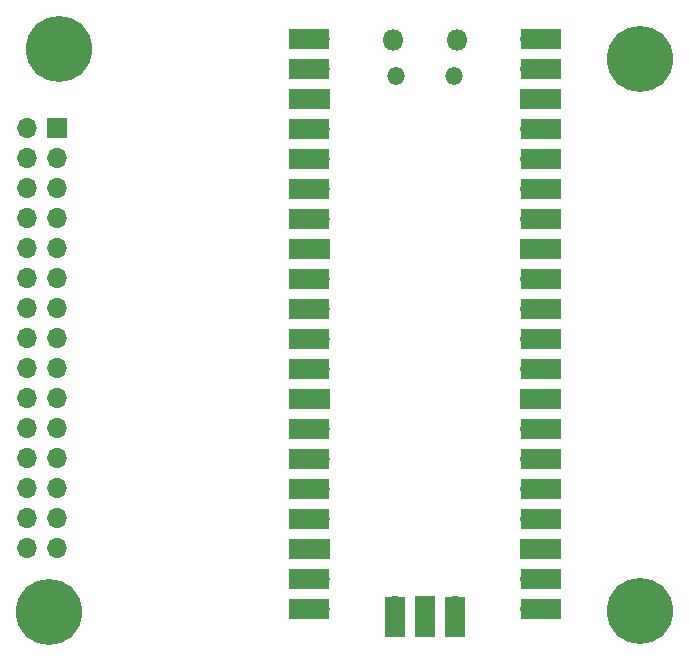
<source format=gbr>
%TF.GenerationSoftware,KiCad,Pcbnew,(6.0.1)*%
%TF.CreationDate,2022-07-20T21:55:55-07:00*%
%TF.ProjectId,LogicAnalyzer,4c6f6769-6341-46e6-916c-797a65722e6b,rev?*%
%TF.SameCoordinates,Original*%
%TF.FileFunction,Soldermask,Top*%
%TF.FilePolarity,Negative*%
%FSLAX46Y46*%
G04 Gerber Fmt 4.6, Leading zero omitted, Abs format (unit mm)*
G04 Created by KiCad (PCBNEW (6.0.1)) date 2022-07-20 21:55:55*
%MOMM*%
%LPD*%
G01*
G04 APERTURE LIST*
%ADD10O,1.500000X1.500000*%
%ADD11O,1.800000X1.800000*%
%ADD12R,3.500000X1.700000*%
%ADD13O,1.700000X1.700000*%
%ADD14R,1.700000X1.700000*%
%ADD15R,1.700000X3.500000*%
%ADD16C,5.600000*%
%ADD17C,3.600000*%
G04 APERTURE END LIST*
D10*
%TO.C,U1*%
X105760000Y-67815000D03*
D11*
X105460000Y-64785000D03*
D10*
X110610000Y-67815000D03*
D11*
X110910000Y-64785000D03*
D12*
X98395000Y-64655000D03*
D13*
X99295000Y-64655000D03*
X99295000Y-67195000D03*
D12*
X98395000Y-67195000D03*
D14*
X99295000Y-69735000D03*
D12*
X98395000Y-69735000D03*
X98395000Y-72275000D03*
D13*
X99295000Y-72275000D03*
D12*
X98395000Y-74815000D03*
D13*
X99295000Y-74815000D03*
X99295000Y-77355000D03*
D12*
X98395000Y-77355000D03*
D13*
X99295000Y-79895000D03*
D12*
X98395000Y-79895000D03*
D14*
X99295000Y-82435000D03*
D12*
X98395000Y-82435000D03*
D13*
X99295000Y-84975000D03*
D12*
X98395000Y-84975000D03*
D13*
X99295000Y-87515000D03*
D12*
X98395000Y-87515000D03*
D13*
X99295000Y-90055000D03*
D12*
X98395000Y-90055000D03*
D13*
X99295000Y-92595000D03*
D12*
X98395000Y-92595000D03*
D14*
X99295000Y-95135000D03*
D12*
X98395000Y-95135000D03*
X98395000Y-97675000D03*
D13*
X99295000Y-97675000D03*
D12*
X98395000Y-100215000D03*
D13*
X99295000Y-100215000D03*
X99295000Y-102755000D03*
D12*
X98395000Y-102755000D03*
X98395000Y-105295000D03*
D13*
X99295000Y-105295000D03*
D12*
X98395000Y-107835000D03*
D14*
X99295000Y-107835000D03*
D12*
X98395000Y-110375000D03*
D13*
X99295000Y-110375000D03*
D12*
X98395000Y-112915000D03*
D13*
X99295000Y-112915000D03*
D12*
X117975000Y-112915000D03*
D13*
X117075000Y-112915000D03*
X117075000Y-110375000D03*
D12*
X117975000Y-110375000D03*
X117975000Y-107835000D03*
D14*
X117075000Y-107835000D03*
D12*
X117975000Y-105295000D03*
D13*
X117075000Y-105295000D03*
X117075000Y-102755000D03*
D12*
X117975000Y-102755000D03*
D13*
X117075000Y-100215000D03*
D12*
X117975000Y-100215000D03*
X117975000Y-97675000D03*
D13*
X117075000Y-97675000D03*
D12*
X117975000Y-95135000D03*
D14*
X117075000Y-95135000D03*
D13*
X117075000Y-92595000D03*
D12*
X117975000Y-92595000D03*
X117975000Y-90055000D03*
D13*
X117075000Y-90055000D03*
X117075000Y-87515000D03*
D12*
X117975000Y-87515000D03*
X117975000Y-84975000D03*
D13*
X117075000Y-84975000D03*
D14*
X117075000Y-82435000D03*
D12*
X117975000Y-82435000D03*
D13*
X117075000Y-79895000D03*
D12*
X117975000Y-79895000D03*
X117975000Y-77355000D03*
D13*
X117075000Y-77355000D03*
X117075000Y-74815000D03*
D12*
X117975000Y-74815000D03*
D13*
X117075000Y-72275000D03*
D12*
X117975000Y-72275000D03*
X117975000Y-69735000D03*
D14*
X117075000Y-69735000D03*
D12*
X117975000Y-67195000D03*
D13*
X117075000Y-67195000D03*
D12*
X117975000Y-64655000D03*
D13*
X117075000Y-64655000D03*
X105645000Y-112685000D03*
D15*
X105645000Y-113585000D03*
X108185000Y-113585000D03*
D14*
X108185000Y-112685000D03*
D13*
X110725000Y-112685000D03*
D15*
X110725000Y-113585000D03*
%TD*%
D16*
%TO.C,MH*%
X126400000Y-113100000D03*
D17*
X126400000Y-113100000D03*
%TD*%
D16*
%TO.C,MH*%
X77200000Y-65500000D03*
D17*
X77200000Y-65500000D03*
%TD*%
%TO.C,MH*%
X126400000Y-66400000D03*
D16*
X126400000Y-66400000D03*
%TD*%
D17*
%TO.C,MH*%
X76400000Y-113200000D03*
D16*
X76400000Y-113200000D03*
%TD*%
D14*
%TO.C,J1*%
X77025000Y-72200000D03*
D13*
X74485000Y-72200000D03*
X77025000Y-74740000D03*
X74485000Y-74740000D03*
X77025000Y-77280000D03*
X74485000Y-77280000D03*
X77025000Y-79820000D03*
X74485000Y-79820000D03*
X77025000Y-82360000D03*
X74485000Y-82360000D03*
X77025000Y-84900000D03*
X74485000Y-84900000D03*
X77025000Y-87440000D03*
X74485000Y-87440000D03*
X77025000Y-89980000D03*
X74485000Y-89980000D03*
X77025000Y-92520000D03*
X74485000Y-92520000D03*
X77025000Y-95060000D03*
X74485000Y-95060000D03*
X77025000Y-97600000D03*
X74485000Y-97600000D03*
X77025000Y-100140000D03*
X74485000Y-100140000D03*
X77025000Y-102680000D03*
X74485000Y-102680000D03*
X77025000Y-105220000D03*
X74485000Y-105220000D03*
X77025000Y-107760000D03*
X74485000Y-107760000D03*
%TD*%
M02*

</source>
